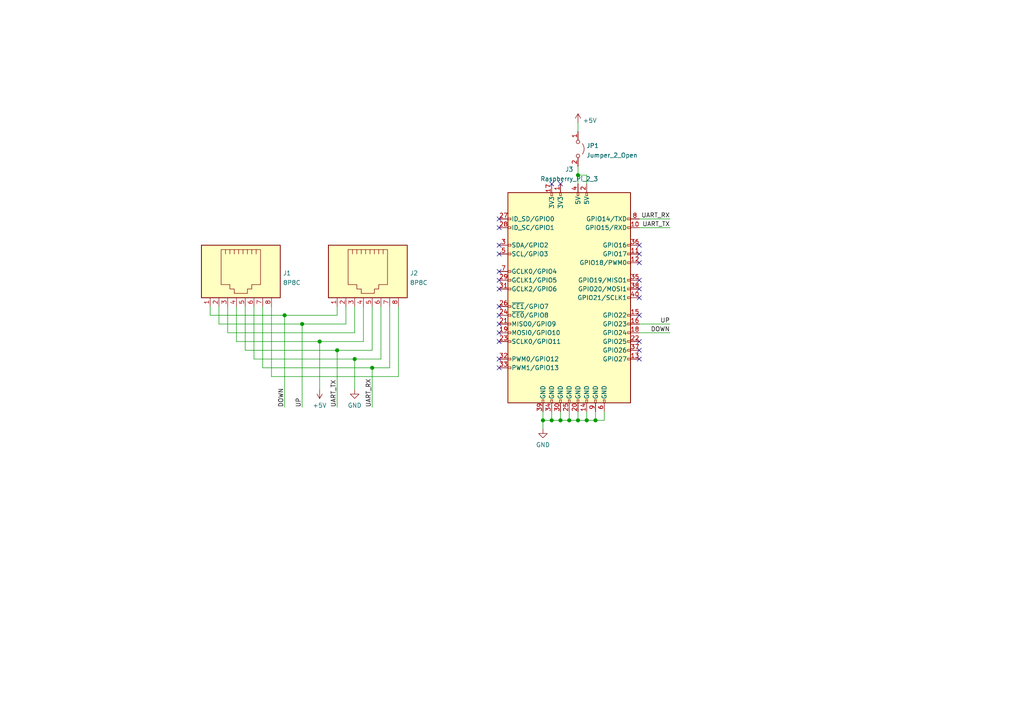
<source format=kicad_sch>
(kicad_sch (version 20210621) (generator eeschema)
  (paper "A4")
  (lib_symbols
    (symbol "Connector:8P8C" (pin_names (offset 1.016))
      (property "Reference" "J" (at -5.08 13.97 0))
      (property "Value" "8P8C" (at 2.54 13.97 0))
      (symbol "8P8C_0_1"
        (rectangle (start 7.62 12.7) (end -7.62 -10.16) (stroke (width 0.254)) (fill (type background)))
        (polyline (pts (xy -5.08 4.445) (xy -6.35 4.445)))
        (polyline (pts (xy -5.08 5.715) (xy -6.35 5.715)))
        (polyline (pts (xy -6.35 -3.175) (xy -5.08 -3.175) (xy -5.08 -3.175)))
        (polyline (pts (xy -6.35 -1.905) (xy -5.08 -1.905) (xy -5.08 -1.905)))
        (polyline (pts (xy -6.35 -0.635) (xy -5.08 -0.635) (xy -5.08 -0.635)))
        (polyline (pts (xy -6.35 0.635) (xy -5.08 0.635) (xy -5.08 0.635)))
        (polyline (pts (xy -6.35 1.905) (xy -5.08 1.905) (xy -5.08 1.905)))
        (polyline (pts (xy -5.08 3.175) (xy -6.35 3.175) (xy -6.35 3.175)))
        (polyline (pts (xy -6.35 -4.445) (xy -6.35 6.985) (xy 3.81 6.985) (xy 3.81 4.445) (xy 5.08 4.445) (xy 5.08 3.175) (xy 6.35 3.175) (xy 6.35 -0.635) (xy 5.08 -0.635) (xy 5.08 -1.905) (xy 3.81 -1.905) (xy 3.81 -4.445) (xy -6.35 -4.445) (xy -6.35 -4.445)))
      )
      (symbol "8P8C_1_1"
        (pin passive line (at 10.16 -7.62 180) (length 2.54) (name "~") (number "1"))
        (pin passive line (at 10.16 -5.08 180) (length 2.54) (name "~") (number "2"))
        (pin passive line (at 10.16 -2.54 180) (length 2.54) (name "~") (number "3"))
        (pin passive line (at 10.16 0 180) (length 2.54) (name "~") (number "4"))
        (pin passive line (at 10.16 2.54 180) (length 2.54) (name "~") (number "5"))
        (pin passive line (at 10.16 5.08 180) (length 2.54) (name "~") (number "6"))
        (pin passive line (at 10.16 7.62 180) (length 2.54) (name "~") (number "7"))
        (pin passive line (at 10.16 10.16 180) (length 2.54) (name "~") (number "8"))
      )
    )
    (symbol "Connector:Raspberry_Pi_2_3" (pin_names (offset 1.016))
      (property "Reference" "J" (at -17.78 31.75 0))
      (property "Value" "Raspberry_Pi_2_3" (at 10.16 -31.75 0))
      (symbol "Raspberry_Pi_2_3_0_1"
        (rectangle (start -17.78 30.48) (end 17.78 -30.48) (stroke (width 0.254)) (fill (type background)))
      )
      (symbol "Raspberry_Pi_2_3_1_1"
        (rectangle (start -16.891 -17.526) (end -17.78 -18.034))
        (rectangle (start -16.891 -14.986) (end -17.78 -15.494))
        (rectangle (start -16.891 -12.446) (end -17.78 -12.954))
        (rectangle (start -16.891 -9.906) (end -17.78 -10.414))
        (rectangle (start -16.891 -7.366) (end -17.78 -7.874))
        (rectangle (start -16.891 -4.826) (end -17.78 -5.334))
        (rectangle (start -16.891 0.254) (end -17.78 -0.254))
        (rectangle (start -16.891 2.794) (end -17.78 2.286))
        (rectangle (start -16.891 5.334) (end -17.78 4.826))
        (rectangle (start -16.891 10.414) (end -17.78 9.906))
        (rectangle (start -16.891 12.954) (end -17.78 12.446))
        (rectangle (start -16.891 15.494) (end -17.78 14.986))
        (rectangle (start -16.891 20.574) (end -17.78 20.066))
        (rectangle (start -16.891 23.114) (end -17.78 22.606))
        (rectangle (start -10.414 -29.591) (end -9.906 -30.48))
        (rectangle (start -7.874 -29.591) (end -7.366 -30.48))
        (rectangle (start -5.334 -29.591) (end -4.826 -30.48))
        (rectangle (start -5.334 30.48) (end -4.826 29.591))
        (rectangle (start -2.794 -29.591) (end -2.286 -30.48))
        (rectangle (start -2.794 30.48) (end -2.286 29.591))
        (rectangle (start -0.254 -29.591) (end 0.254 -30.48))
        (rectangle (start 2.286 -29.591) (end 2.794 -30.48))
        (rectangle (start 2.286 30.48) (end 2.794 29.591))
        (rectangle (start 4.826 -29.591) (end 5.334 -30.48))
        (rectangle (start 4.826 30.48) (end 5.334 29.591))
        (rectangle (start 7.366 -29.591) (end 7.874 -30.48))
        (rectangle (start 17.78 -20.066) (end 16.891 -20.574))
        (rectangle (start 17.78 -17.526) (end 16.891 -18.034))
        (rectangle (start 17.78 -12.446) (end 16.891 -12.954))
        (rectangle (start 17.78 -9.906) (end 16.891 -10.414))
        (rectangle (start 17.78 -7.366) (end 16.891 -7.874))
        (rectangle (start 17.78 -4.826) (end 16.891 -5.334))
        (rectangle (start 17.78 -2.286) (end 16.891 -2.794))
        (rectangle (start 17.78 2.794) (end 16.891 2.286))
        (rectangle (start 17.78 5.334) (end 16.891 4.826))
        (rectangle (start 17.78 7.874) (end 16.891 7.366))
        (rectangle (start 17.78 12.954) (end 16.891 12.446))
        (rectangle (start 17.78 15.494) (end 16.891 14.986))
        (rectangle (start 17.78 20.574) (end 16.891 20.066))
        (rectangle (start 17.78 23.114) (end 16.891 22.606))
        (pin power_in line (at 2.54 33.02 270) (length 2.54) (name "3V3") (number "1"))
        (pin bidirectional line (at -20.32 20.32 0) (length 2.54) (name "GPIO15/RXD") (number "10"))
        (pin bidirectional line (at -20.32 12.7 0) (length 2.54) (name "GPIO17") (number "11"))
        (pin bidirectional line (at -20.32 10.16 0) (length 2.54) (name "GPIO18/PWM0") (number "12"))
        (pin bidirectional line (at -20.32 -17.78 0) (length 2.54) (name "GPIO27") (number "13"))
        (pin power_in line (at -5.08 -33.02 90) (length 2.54) (name "GND") (number "14"))
        (pin bidirectional line (at -20.32 -5.08 0) (length 2.54) (name "GPIO22") (number "15"))
        (pin bidirectional line (at -20.32 -7.62 0) (length 2.54) (name "GPIO23") (number "16"))
        (pin power_in line (at 5.08 33.02 270) (length 2.54) (name "3V3") (number "17"))
        (pin bidirectional line (at -20.32 -10.16 0) (length 2.54) (name "GPIO24") (number "18"))
        (pin bidirectional line (at 20.32 -10.16 180) (length 2.54) (name "MOSI0/GPIO10") (number "19"))
        (pin power_in line (at -5.08 33.02 270) (length 2.54) (name "5V") (number "2"))
        (pin power_in line (at -2.54 -33.02 90) (length 2.54) (name "GND") (number "20"))
        (pin bidirectional line (at 20.32 -7.62 180) (length 2.54) (name "MISO0/GPIO9") (number "21"))
        (pin bidirectional line (at -20.32 -12.7 0) (length 2.54) (name "GPIO25") (number "22"))
        (pin bidirectional line (at 20.32 -12.7 180) (length 2.54) (name "SCLK0/GPIO11") (number "23"))
        (pin bidirectional line (at 20.32 -5.08 180) (length 2.54) (name "~{CE0}/GPIO8") (number "24"))
        (pin power_in line (at 0 -33.02 90) (length 2.54) (name "GND") (number "25"))
        (pin bidirectional line (at 20.32 -2.54 180) (length 2.54) (name "~{CE1}/GPIO7") (number "26"))
        (pin bidirectional line (at 20.32 22.86 180) (length 2.54) (name "ID_SD/GPIO0") (number "27"))
        (pin bidirectional line (at 20.32 20.32 180) (length 2.54) (name "ID_SC/GPIO1") (number "28"))
        (pin bidirectional line (at 20.32 5.08 180) (length 2.54) (name "GCLK1/GPIO5") (number "29"))
        (pin bidirectional line (at 20.32 15.24 180) (length 2.54) (name "SDA/GPIO2") (number "3"))
        (pin power_in line (at 2.54 -33.02 90) (length 2.54) (name "GND") (number "30"))
        (pin bidirectional line (at 20.32 2.54 180) (length 2.54) (name "GCLK2/GPIO6") (number "31"))
        (pin bidirectional line (at 20.32 -17.78 180) (length 2.54) (name "PWM0/GPIO12") (number "32"))
        (pin bidirectional line (at 20.32 -20.32 180) (length 2.54) (name "PWM1/GPIO13") (number "33"))
        (pin power_in line (at 5.08 -33.02 90) (length 2.54) (name "GND") (number "34"))
        (pin bidirectional line (at -20.32 5.08 0) (length 2.54) (name "GPIO19/MISO1") (number "35"))
        (pin bidirectional line (at -20.32 15.24 0) (length 2.54) (name "GPIO16") (number "36"))
        (pin bidirectional line (at -20.32 -15.24 0) (length 2.54) (name "GPIO26") (number "37"))
        (pin bidirectional line (at -20.32 2.54 0) (length 2.54) (name "GPIO20/MOSI1") (number "38"))
        (pin power_in line (at 7.62 -33.02 90) (length 2.54) (name "GND") (number "39"))
        (pin power_in line (at -2.54 33.02 270) (length 2.54) (name "5V") (number "4"))
        (pin bidirectional line (at -20.32 0 0) (length 2.54) (name "GPIO21/SCLK1") (number "40"))
        (pin bidirectional line (at 20.32 12.7 180) (length 2.54) (name "SCL/GPIO3") (number "5"))
        (pin power_in line (at -10.16 -33.02 90) (length 2.54) (name "GND") (number "6"))
        (pin bidirectional line (at 20.32 7.62 180) (length 2.54) (name "GCLK0/GPIO4") (number "7"))
        (pin bidirectional line (at -20.32 22.86 0) (length 2.54) (name "GPIO14/TXD") (number "8"))
        (pin power_in line (at -7.62 -33.02 90) (length 2.54) (name "GND") (number "9"))
      )
    )
    (symbol "Jumper:Jumper_2_Open" (pin_names (offset 0) hide)
      (property "Reference" "JP" (at 0 2.794 0))
      (property "Value" "Jumper_2_Open" (at 0 -2.286 0))
      (symbol "Jumper_2_Open_0_0"
        (circle (center -2.032 0) (radius 0.508))
        (circle (center 2.032 0) (radius 0.508))
      )
      (symbol "Jumper_2_Open_0_1"
        (arc (start -1.524 1.27) (end 1.524 1.27) (radius (at 0 -0.762) (length 2.54) (angles 126.9 53.1)))
      )
      (symbol "Jumper_2_Open_1_1"
        (pin passive line (at -5.08 0 0) (length 2.54) (name "A") (number "1"))
        (pin passive line (at 5.08 0 180) (length 2.54) (name "B") (number "2"))
      )
    )
    (symbol "power:+5V" (power) (pin_names (offset 0))
      (property "Value" "+5V" (at 0 3.556 0))
      (symbol "+5V_0_1"
        (polyline (pts (xy -0.762 1.27) (xy 0 2.54)))
        (polyline (pts (xy 0 0) (xy 0 2.54)))
        (polyline (pts (xy 0 2.54) (xy 0.762 1.27)))
      )
      (symbol "+5V_1_1"
        (pin power_in line (at 0 0 90) (length 0) hide (name "+5V") (number "1"))
      )
    )
    (symbol "power:GND" (power) (pin_names (offset 0))
      (property "Value" "GND" (at 0 -3.81 0))
      (symbol "GND_0_1"
        (polyline (pts (xy 0 0) (xy 0 -1.27) (xy 1.27 -1.27) (xy 0 -2.54) (xy -1.27 -1.27) (xy 0 -1.27)))
      )
      (symbol "GND_1_1"
        (pin power_in line (at 0 0 270) (length 0) hide (name "GND") (number "1"))
      )
    )
  )
  (junction (at 82.55 91.44) (diameter 1.016))
  (junction (at 87.63 93.98) (diameter 1.016))
  (junction (at 92.71 99.06) (diameter 1.016))
  (junction (at 97.79 101.6) (diameter 1.016))
  (junction (at 102.87 104.14) (diameter 1.016))
  (junction (at 107.95 106.68) (diameter 1.016))
  (junction (at 157.48 121.92) (diameter 1.016))
  (junction (at 160.02 121.92) (diameter 1.016))
  (junction (at 162.56 121.92) (diameter 1.016))
  (junction (at 165.1 121.92) (diameter 1.016))
  (junction (at 167.64 50.8) (diameter 1.016))
  (junction (at 167.64 121.92) (diameter 1.016))
  (junction (at 170.18 121.92) (diameter 1.016))
  (junction (at 172.72 121.92) (diameter 1.016))
  (no_connect (at 144.78 63.5))
  (no_connect (at 144.78 66.04))
  (no_connect (at 144.78 71.12))
  (no_connect (at 144.78 73.66))
  (no_connect (at 144.78 78.74))
  (no_connect (at 144.78 81.28))
  (no_connect (at 144.78 83.82))
  (no_connect (at 144.78 88.9))
  (no_connect (at 144.78 91.44))
  (no_connect (at 144.78 93.98))
  (no_connect (at 144.78 96.52))
  (no_connect (at 144.78 99.06))
  (no_connect (at 144.78 104.14))
  (no_connect (at 144.78 106.68))
  (no_connect (at 160.02 53.34))
  (no_connect (at 162.56 53.34))
  (no_connect (at 185.42 71.12))
  (no_connect (at 185.42 73.66))
  (no_connect (at 185.42 76.2))
  (no_connect (at 185.42 81.28))
  (no_connect (at 185.42 83.82))
  (no_connect (at 185.42 86.36))
  (no_connect (at 185.42 91.44))
  (no_connect (at 185.42 99.06))
  (no_connect (at 185.42 101.6))
  (no_connect (at 185.42 104.14))
  (wire (pts (xy 60.96 88.9) (xy 60.96 91.44)))
  (wire (pts (xy 60.96 91.44) (xy 82.55 91.44)))
  (wire (pts (xy 63.5 88.9) (xy 63.5 93.98)))
  (wire (pts (xy 63.5 93.98) (xy 87.63 93.98)))
  (wire (pts (xy 66.04 88.9) (xy 66.04 96.52)))
  (wire (pts (xy 66.04 96.52) (xy 102.87 96.52)))
  (wire (pts (xy 68.58 88.9) (xy 68.58 99.06)))
  (wire (pts (xy 68.58 99.06) (xy 92.71 99.06)))
  (wire (pts (xy 71.12 88.9) (xy 71.12 101.6)))
  (wire (pts (xy 71.12 101.6) (xy 97.79 101.6)))
  (wire (pts (xy 73.66 88.9) (xy 73.66 104.14)))
  (wire (pts (xy 73.66 104.14) (xy 102.87 104.14)))
  (wire (pts (xy 76.2 88.9) (xy 76.2 106.68)))
  (wire (pts (xy 76.2 106.68) (xy 107.95 106.68)))
  (wire (pts (xy 78.74 88.9) (xy 78.74 109.22)))
  (wire (pts (xy 78.74 109.22) (xy 115.57 109.22)))
  (wire (pts (xy 82.55 91.44) (xy 82.55 118.11)))
  (wire (pts (xy 82.55 91.44) (xy 97.79 91.44)))
  (wire (pts (xy 87.63 93.98) (xy 87.63 118.11)))
  (wire (pts (xy 87.63 93.98) (xy 100.33 93.98)))
  (wire (pts (xy 92.71 99.06) (xy 92.71 113.03)))
  (wire (pts (xy 92.71 99.06) (xy 105.41 99.06)))
  (wire (pts (xy 97.79 88.9) (xy 97.79 91.44)))
  (wire (pts (xy 97.79 101.6) (xy 97.79 118.11)))
  (wire (pts (xy 97.79 101.6) (xy 107.95 101.6)))
  (wire (pts (xy 100.33 93.98) (xy 100.33 88.9)))
  (wire (pts (xy 102.87 96.52) (xy 102.87 88.9)))
  (wire (pts (xy 102.87 104.14) (xy 102.87 113.03)))
  (wire (pts (xy 102.87 104.14) (xy 110.49 104.14)))
  (wire (pts (xy 105.41 99.06) (xy 105.41 88.9)))
  (wire (pts (xy 107.95 101.6) (xy 107.95 88.9)))
  (wire (pts (xy 107.95 106.68) (xy 107.95 118.11)))
  (wire (pts (xy 107.95 106.68) (xy 113.03 106.68)))
  (wire (pts (xy 110.49 104.14) (xy 110.49 88.9)))
  (wire (pts (xy 113.03 106.68) (xy 113.03 88.9)))
  (wire (pts (xy 115.57 109.22) (xy 115.57 88.9)))
  (wire (pts (xy 157.48 119.38) (xy 157.48 121.92)))
  (wire (pts (xy 157.48 121.92) (xy 157.48 124.46)))
  (wire (pts (xy 157.48 121.92) (xy 160.02 121.92)))
  (wire (pts (xy 160.02 119.38) (xy 160.02 121.92)))
  (wire (pts (xy 160.02 121.92) (xy 162.56 121.92)))
  (wire (pts (xy 162.56 119.38) (xy 162.56 121.92)))
  (wire (pts (xy 162.56 121.92) (xy 165.1 121.92)))
  (wire (pts (xy 165.1 119.38) (xy 165.1 121.92)))
  (wire (pts (xy 165.1 121.92) (xy 167.64 121.92)))
  (wire (pts (xy 167.64 35.56) (xy 167.64 38.1)))
  (wire (pts (xy 167.64 48.26) (xy 167.64 50.8)))
  (wire (pts (xy 167.64 50.8) (xy 167.64 53.34)))
  (wire (pts (xy 167.64 119.38) (xy 167.64 121.92)))
  (wire (pts (xy 167.64 121.92) (xy 170.18 121.92)))
  (wire (pts (xy 170.18 50.8) (xy 167.64 50.8)))
  (wire (pts (xy 170.18 53.34) (xy 170.18 50.8)))
  (wire (pts (xy 170.18 119.38) (xy 170.18 121.92)))
  (wire (pts (xy 170.18 121.92) (xy 172.72 121.92)))
  (wire (pts (xy 172.72 119.38) (xy 172.72 121.92)))
  (wire (pts (xy 172.72 121.92) (xy 175.26 121.92)))
  (wire (pts (xy 175.26 121.92) (xy 175.26 119.38)))
  (wire (pts (xy 185.42 63.5) (xy 194.31 63.5)))
  (wire (pts (xy 185.42 66.04) (xy 194.31 66.04)))
  (wire (pts (xy 185.42 93.98) (xy 194.31 93.98)))
  (wire (pts (xy 185.42 96.52) (xy 194.31 96.52)))
  (label "DOWN" (at 82.55 118.11 90))
  (label "UP" (at 87.63 118.11 90))
  (label "UART_TX" (at 97.79 118.11 90))
  (label "UART_RX" (at 107.95 118.11 90))
  (label "UART_RX" (at 194.31 63.5 180))
  (label "UART_TX" (at 194.31 66.04 180))
  (label "UP" (at 194.31 93.98 180))
  (label "DOWN" (at 194.31 96.52 180))
  (symbol (lib_id "power:+5V") (at 92.71 113.03 180) (unit 1)
    (property "Reference" "#PWR0102" (effects hide))
    (property "Value" "+5V" (at 92.71 117.5926 0))
  )
  (symbol (lib_id "power:+5V") (at 167.64 35.56 0) (unit 1)
    (property "Reference" "#PWR0101" (effects hide))
    (property "Value" "+5V" (at 169.0371 34.9595 0) (effects (justify left)))
  )
  (symbol (lib_id "power:GND") (at 102.87 113.03 0) (unit 1)
    (property "Reference" "#PWR0103" (effects hide))
    (property "Value" "GND" (at 102.87 117.5926 0))
  )
  (symbol (lib_id "power:GND") (at 157.48 124.46 0) (unit 1)
    (property "Reference" "#PWR0104" (effects hide))
    (property "Value" "GND" (at 157.48 129.0226 0))
  )
  (symbol (lib_id "Jumper:Jumper_2_Open") (at 167.64 43.18 270) (unit 1)
    (property "Reference" "JP1" (at 170.0531 42.2715 90) (effects (justify left)))
    (property "Value" "Jumper_2_Open" (at 170.0531 45.0466 90) (effects (justify left)))
    (property "Footprint" "Jumper:SolderJumper-2_P1.3mm_Open_TrianglePad1.0x1.5mm" (effects hide))
  )
  (symbol (lib_id "Connector:8P8C") (at 68.58 78.74 270) (unit 1)
    (property "Reference" "J1" (at 82.0421 79.2285 90) (effects (justify left)))
    (property "Value" "8P8C" (at 82.0421 82.0036 90) (effects (justify left)))
    (property "Footprint" "Connector_RJ:RJ45_Amphenol_54602-x08_Horizontal" (effects hide))
  )
  (symbol (lib_id "Connector:8P8C") (at 105.41 78.74 270) (unit 1)
    (property "Reference" "J2" (at 118.8721 79.2285 90) (effects (justify left)))
    (property "Value" "8P8C" (at 118.8721 82.0036 90) (effects (justify left)))
    (property "Footprint" "Connector_RJ:RJ45_Amphenol_54602-x08_Horizontal" (effects hide))
  )
  (symbol (lib_id "Connector:Raspberry_Pi_2_3") (at 165.1 86.36 0) (mirror y) (unit 1)
    (property "Reference" "J3" (at 165.1 49.1194 0))
    (property "Value" "Raspberry_Pi_2_3" (at 165.1 51.8945 0))
    (property "Footprint" "Connector_PinSocket_2.54mm:PinSocket_2x20_P2.54mm_Vertical" (effects hide))
    (property "Datasheet" "https://www.raspberrypi.org/documentation/hardware/raspberrypi/schematics/rpi_SCH_3bplus_1p0_reduced.pdf" (effects hide))
  )
)
</source>
